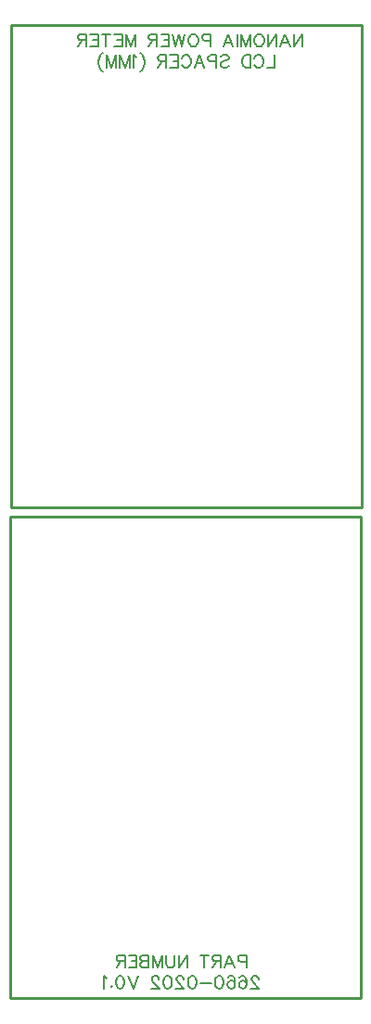
<source format=gbo>
G04 Layer: BottomSilkscreenLayer*
G04 EasyEDA v6.5.42, 2024-03-09 16:24:40*
G04 4d3b2c3e0e8843fab2e2c3e3eea95f81,5a6b42c53f6a479593ecc07194224c93,10*
G04 Gerber Generator version 0.2*
G04 Scale: 100 percent, Rotated: No, Reflected: No *
G04 Dimensions in millimeters *
G04 leading zeros omitted , absolute positions ,4 integer and 5 decimal *
%FSLAX45Y45*%
%MOMM*%

%ADD10C,0.2032*%
%ADD11C,0.2540*%

%LPD*%
D10*
X3111500Y11741589D02*
G01*
X3111500Y11627045D01*
X3111500Y11741589D02*
G01*
X3035137Y11627045D01*
X3035137Y11741589D02*
G01*
X3035137Y11627045D01*
X2955500Y11741589D02*
G01*
X2999135Y11627045D01*
X2955500Y11741589D02*
G01*
X2911863Y11627045D01*
X2982772Y11665226D02*
G01*
X2928228Y11665226D01*
X2875864Y11741589D02*
G01*
X2875864Y11627045D01*
X2875864Y11741589D02*
G01*
X2799501Y11627045D01*
X2799501Y11741589D02*
G01*
X2799501Y11627045D01*
X2730774Y11741589D02*
G01*
X2741683Y11736136D01*
X2752590Y11725226D01*
X2758046Y11714317D01*
X2763499Y11697954D01*
X2763499Y11670682D01*
X2758046Y11654317D01*
X2752590Y11643408D01*
X2741683Y11632498D01*
X2730774Y11627045D01*
X2708955Y11627045D01*
X2698046Y11632498D01*
X2687137Y11643408D01*
X2681683Y11654317D01*
X2676227Y11670682D01*
X2676227Y11697954D01*
X2681683Y11714317D01*
X2687137Y11725226D01*
X2698046Y11736136D01*
X2708955Y11741589D01*
X2730774Y11741589D01*
X2640228Y11741589D02*
G01*
X2640228Y11627045D01*
X2640228Y11741589D02*
G01*
X2596591Y11627045D01*
X2552956Y11741589D02*
G01*
X2596591Y11627045D01*
X2552956Y11741589D02*
G01*
X2552956Y11627045D01*
X2516954Y11741589D02*
G01*
X2516954Y11627045D01*
X2437320Y11741589D02*
G01*
X2480955Y11627045D01*
X2437320Y11741589D02*
G01*
X2393683Y11627045D01*
X2464592Y11665226D02*
G01*
X2410045Y11665226D01*
X2273683Y11741589D02*
G01*
X2273683Y11627045D01*
X2273683Y11741589D02*
G01*
X2224592Y11741589D01*
X2208230Y11736136D01*
X2202774Y11730682D01*
X2197320Y11719773D01*
X2197320Y11703408D01*
X2202774Y11692498D01*
X2208230Y11687045D01*
X2224592Y11681589D01*
X2273683Y11681589D01*
X2128593Y11741589D02*
G01*
X2139502Y11736136D01*
X2150412Y11725226D01*
X2155865Y11714317D01*
X2161319Y11697954D01*
X2161319Y11670682D01*
X2155865Y11654317D01*
X2150412Y11643408D01*
X2139502Y11632498D01*
X2128593Y11627045D01*
X2106775Y11627045D01*
X2095865Y11632498D01*
X2084956Y11643408D01*
X2079503Y11654317D01*
X2074047Y11670682D01*
X2074047Y11697954D01*
X2079503Y11714317D01*
X2084956Y11725226D01*
X2095865Y11736136D01*
X2106775Y11741589D01*
X2128593Y11741589D01*
X2038047Y11741589D02*
G01*
X2010775Y11627045D01*
X1983501Y11741589D02*
G01*
X2010775Y11627045D01*
X1983501Y11741589D02*
G01*
X1956229Y11627045D01*
X1928957Y11741589D02*
G01*
X1956229Y11627045D01*
X1892957Y11741589D02*
G01*
X1892957Y11627045D01*
X1892957Y11741589D02*
G01*
X1822048Y11741589D01*
X1892957Y11687045D02*
G01*
X1849320Y11687045D01*
X1892957Y11627045D02*
G01*
X1822048Y11627045D01*
X1786049Y11741589D02*
G01*
X1786049Y11627045D01*
X1786049Y11741589D02*
G01*
X1736956Y11741589D01*
X1720593Y11736136D01*
X1715140Y11730682D01*
X1709684Y11719773D01*
X1709684Y11708864D01*
X1715140Y11697954D01*
X1720593Y11692498D01*
X1736956Y11687045D01*
X1786049Y11687045D01*
X1747865Y11687045D02*
G01*
X1709684Y11627045D01*
X1589684Y11741589D02*
G01*
X1589684Y11627045D01*
X1589684Y11741589D02*
G01*
X1546049Y11627045D01*
X1502412Y11741589D02*
G01*
X1546049Y11627045D01*
X1502412Y11741589D02*
G01*
X1502412Y11627045D01*
X1466413Y11741589D02*
G01*
X1466413Y11627045D01*
X1466413Y11741589D02*
G01*
X1395503Y11741589D01*
X1466413Y11687045D02*
G01*
X1422775Y11687045D01*
X1466413Y11627045D02*
G01*
X1395503Y11627045D01*
X1321320Y11741589D02*
G01*
X1321320Y11627045D01*
X1359504Y11741589D02*
G01*
X1283139Y11741589D01*
X1247140Y11741589D02*
G01*
X1247140Y11627045D01*
X1247140Y11741589D02*
G01*
X1176230Y11741589D01*
X1247140Y11687045D02*
G01*
X1203502Y11687045D01*
X1247140Y11627045D02*
G01*
X1176230Y11627045D01*
X1140231Y11741589D02*
G01*
X1140231Y11627045D01*
X1140231Y11741589D02*
G01*
X1091140Y11741589D01*
X1074775Y11736136D01*
X1069322Y11730682D01*
X1063868Y11719773D01*
X1063868Y11708864D01*
X1069322Y11697954D01*
X1074775Y11692498D01*
X1091140Y11687045D01*
X1140231Y11687045D01*
X1102050Y11687045D02*
G01*
X1063868Y11627045D01*
X2603500Y3334189D02*
G01*
X2603500Y3219645D01*
X2603500Y3334189D02*
G01*
X2554409Y3334189D01*
X2538046Y3328736D01*
X2532590Y3323282D01*
X2527137Y3312373D01*
X2527137Y3296008D01*
X2532590Y3285098D01*
X2538046Y3279645D01*
X2554409Y3274189D01*
X2603500Y3274189D01*
X2447500Y3334189D02*
G01*
X2491135Y3219645D01*
X2447500Y3334189D02*
G01*
X2403863Y3219645D01*
X2474772Y3257826D02*
G01*
X2420228Y3257826D01*
X2367864Y3334189D02*
G01*
X2367864Y3219645D01*
X2367864Y3334189D02*
G01*
X2318773Y3334189D01*
X2302410Y3328736D01*
X2296955Y3323282D01*
X2291501Y3312373D01*
X2291501Y3301464D01*
X2296955Y3290554D01*
X2302410Y3285098D01*
X2318773Y3279645D01*
X2367864Y3279645D01*
X2329682Y3279645D02*
G01*
X2291501Y3219645D01*
X2217318Y3334189D02*
G01*
X2217318Y3219645D01*
X2255499Y3334189D02*
G01*
X2179137Y3334189D01*
X2059137Y3334189D02*
G01*
X2059137Y3219645D01*
X2059137Y3334189D02*
G01*
X1982774Y3219645D01*
X1982774Y3334189D02*
G01*
X1982774Y3219645D01*
X1946772Y3334189D02*
G01*
X1946772Y3252373D01*
X1941319Y3236008D01*
X1930410Y3225098D01*
X1914047Y3219645D01*
X1903138Y3219645D01*
X1886772Y3225098D01*
X1875866Y3236008D01*
X1870410Y3252373D01*
X1870410Y3334189D01*
X1834410Y3334189D02*
G01*
X1834410Y3219645D01*
X1834410Y3334189D02*
G01*
X1790773Y3219645D01*
X1747138Y3334189D02*
G01*
X1790773Y3219645D01*
X1747138Y3334189D02*
G01*
X1747138Y3219645D01*
X1711137Y3334189D02*
G01*
X1711137Y3219645D01*
X1711137Y3334189D02*
G01*
X1662046Y3334189D01*
X1645683Y3328736D01*
X1640230Y3323282D01*
X1634774Y3312373D01*
X1634774Y3301464D01*
X1640230Y3290554D01*
X1645683Y3285098D01*
X1662046Y3279645D01*
X1711137Y3279645D02*
G01*
X1662046Y3279645D01*
X1645683Y3274189D01*
X1640230Y3268736D01*
X1634774Y3257826D01*
X1634774Y3241464D01*
X1640230Y3230554D01*
X1645683Y3225098D01*
X1662046Y3219645D01*
X1711137Y3219645D01*
X1598775Y3334189D02*
G01*
X1598775Y3219645D01*
X1598775Y3334189D02*
G01*
X1527865Y3334189D01*
X1598775Y3279645D02*
G01*
X1555137Y3279645D01*
X1598775Y3219645D02*
G01*
X1527865Y3219645D01*
X1491866Y3334189D02*
G01*
X1491866Y3219645D01*
X1491866Y3334189D02*
G01*
X1442775Y3334189D01*
X1426410Y3328736D01*
X1420957Y3323282D01*
X1415501Y3312373D01*
X1415501Y3301464D01*
X1420957Y3290554D01*
X1426410Y3285098D01*
X1442775Y3279645D01*
X1491866Y3279645D01*
X1453685Y3279645D02*
G01*
X1415501Y3219645D01*
X2857500Y11551089D02*
G01*
X2857500Y11436545D01*
X2857500Y11436545D02*
G01*
X2792046Y11436545D01*
X2674228Y11523817D02*
G01*
X2679682Y11534726D01*
X2690591Y11545636D01*
X2701500Y11551089D01*
X2723319Y11551089D01*
X2734228Y11545636D01*
X2745135Y11534726D01*
X2750591Y11523817D01*
X2756044Y11507454D01*
X2756044Y11480182D01*
X2750591Y11463817D01*
X2745135Y11452908D01*
X2734228Y11441998D01*
X2723319Y11436545D01*
X2701500Y11436545D01*
X2690591Y11441998D01*
X2679682Y11452908D01*
X2674228Y11463817D01*
X2638226Y11551089D02*
G01*
X2638226Y11436545D01*
X2638226Y11551089D02*
G01*
X2600045Y11551089D01*
X2583682Y11545636D01*
X2572773Y11534726D01*
X2567317Y11523817D01*
X2561864Y11507454D01*
X2561864Y11480182D01*
X2567317Y11463817D01*
X2572773Y11452908D01*
X2583682Y11441998D01*
X2600045Y11436545D01*
X2638226Y11436545D01*
X2365502Y11534726D02*
G01*
X2376411Y11545636D01*
X2392773Y11551089D01*
X2414592Y11551089D01*
X2430955Y11545636D01*
X2441864Y11534726D01*
X2441864Y11523817D01*
X2436411Y11512908D01*
X2430955Y11507454D01*
X2420045Y11501998D01*
X2387318Y11491089D01*
X2376411Y11485636D01*
X2370955Y11480182D01*
X2365502Y11469273D01*
X2365502Y11452908D01*
X2376411Y11441998D01*
X2392773Y11436545D01*
X2414592Y11436545D01*
X2430955Y11441998D01*
X2441864Y11452908D01*
X2329500Y11551089D02*
G01*
X2329500Y11436545D01*
X2329500Y11551089D02*
G01*
X2280409Y11551089D01*
X2264046Y11545636D01*
X2258590Y11540182D01*
X2253137Y11529273D01*
X2253137Y11512908D01*
X2258590Y11501998D01*
X2264046Y11496545D01*
X2280409Y11491089D01*
X2329500Y11491089D01*
X2173500Y11551089D02*
G01*
X2217138Y11436545D01*
X2173500Y11551089D02*
G01*
X2129866Y11436545D01*
X2200772Y11474726D02*
G01*
X2146228Y11474726D01*
X2012048Y11523817D02*
G01*
X2017501Y11534726D01*
X2028410Y11545636D01*
X2039320Y11551089D01*
X2061138Y11551089D01*
X2072048Y11545636D01*
X2082954Y11534726D01*
X2088410Y11523817D01*
X2093864Y11507454D01*
X2093864Y11480182D01*
X2088410Y11463817D01*
X2082954Y11452908D01*
X2072048Y11441998D01*
X2061138Y11436545D01*
X2039320Y11436545D01*
X2028410Y11441998D01*
X2017501Y11452908D01*
X2012048Y11463817D01*
X1976046Y11551089D02*
G01*
X1976046Y11436545D01*
X1976046Y11551089D02*
G01*
X1905137Y11551089D01*
X1976046Y11496545D02*
G01*
X1932411Y11496545D01*
X1976046Y11436545D02*
G01*
X1905137Y11436545D01*
X1869137Y11551089D02*
G01*
X1869137Y11436545D01*
X1869137Y11551089D02*
G01*
X1820047Y11551089D01*
X1803684Y11545636D01*
X1798228Y11540182D01*
X1792775Y11529273D01*
X1792775Y11518364D01*
X1798228Y11507454D01*
X1803684Y11501998D01*
X1820047Y11496545D01*
X1869137Y11496545D01*
X1830956Y11496545D02*
G01*
X1792775Y11436545D01*
X1634594Y11572908D02*
G01*
X1645503Y11561998D01*
X1656412Y11545636D01*
X1667319Y11523817D01*
X1672775Y11496545D01*
X1672775Y11474726D01*
X1667319Y11447454D01*
X1656412Y11425636D01*
X1645503Y11409273D01*
X1634594Y11398364D01*
X1598592Y11529273D02*
G01*
X1587685Y11534726D01*
X1571320Y11551089D01*
X1571320Y11436545D01*
X1535320Y11551089D02*
G01*
X1535320Y11436545D01*
X1535320Y11551089D02*
G01*
X1491683Y11436545D01*
X1448048Y11551089D02*
G01*
X1491683Y11436545D01*
X1448048Y11551089D02*
G01*
X1448048Y11436545D01*
X1412049Y11551089D02*
G01*
X1412049Y11436545D01*
X1412049Y11551089D02*
G01*
X1368412Y11436545D01*
X1324775Y11551089D02*
G01*
X1368412Y11436545D01*
X1324775Y11551089D02*
G01*
X1324775Y11436545D01*
X1288775Y11572908D02*
G01*
X1277866Y11561998D01*
X1266957Y11545636D01*
X1256047Y11523817D01*
X1250594Y11496545D01*
X1250594Y11474726D01*
X1256047Y11447454D01*
X1266957Y11425636D01*
X1277866Y11409273D01*
X1288775Y11398364D01*
X2712346Y3116417D02*
G01*
X2712346Y3121873D01*
X2706890Y3132782D01*
X2701437Y3138236D01*
X2690528Y3143689D01*
X2668709Y3143689D01*
X2657800Y3138236D01*
X2652346Y3132782D01*
X2646890Y3121873D01*
X2646890Y3110964D01*
X2652346Y3100054D01*
X2663253Y3083689D01*
X2717800Y3029145D01*
X2641437Y3029145D01*
X2539982Y3127326D02*
G01*
X2545435Y3138236D01*
X2561800Y3143689D01*
X2572710Y3143689D01*
X2589072Y3138236D01*
X2599982Y3121873D01*
X2605435Y3094598D01*
X2605435Y3067326D01*
X2599982Y3045508D01*
X2589072Y3034598D01*
X2572710Y3029145D01*
X2567254Y3029145D01*
X2550891Y3034598D01*
X2539982Y3045508D01*
X2534528Y3061873D01*
X2534528Y3067326D01*
X2539982Y3083689D01*
X2550891Y3094598D01*
X2567254Y3100054D01*
X2572710Y3100054D01*
X2589072Y3094598D01*
X2599982Y3083689D01*
X2605435Y3067326D01*
X2433073Y3127326D02*
G01*
X2438527Y3138236D01*
X2454892Y3143689D01*
X2465801Y3143689D01*
X2482164Y3138236D01*
X2493073Y3121873D01*
X2498526Y3094598D01*
X2498526Y3067326D01*
X2493073Y3045508D01*
X2482164Y3034598D01*
X2465801Y3029145D01*
X2460345Y3029145D01*
X2443982Y3034598D01*
X2433073Y3045508D01*
X2427617Y3061873D01*
X2427617Y3067326D01*
X2433073Y3083689D01*
X2443982Y3094598D01*
X2460345Y3100054D01*
X2465801Y3100054D01*
X2482164Y3094598D01*
X2493073Y3083689D01*
X2498526Y3067326D01*
X2358890Y3143689D02*
G01*
X2375255Y3138236D01*
X2386164Y3121873D01*
X2391618Y3094598D01*
X2391618Y3078236D01*
X2386164Y3050964D01*
X2375255Y3034598D01*
X2358890Y3029145D01*
X2347983Y3029145D01*
X2331618Y3034598D01*
X2320709Y3050964D01*
X2315255Y3078236D01*
X2315255Y3094598D01*
X2320709Y3121873D01*
X2331618Y3138236D01*
X2347983Y3143689D01*
X2358890Y3143689D01*
X2279256Y3078236D02*
G01*
X2181072Y3078236D01*
X2112347Y3143689D02*
G01*
X2128710Y3138236D01*
X2139619Y3121873D01*
X2145073Y3094598D01*
X2145073Y3078236D01*
X2139619Y3050964D01*
X2128710Y3034598D01*
X2112347Y3029145D01*
X2101438Y3029145D01*
X2085073Y3034598D01*
X2074163Y3050964D01*
X2068710Y3078236D01*
X2068710Y3094598D01*
X2074163Y3121873D01*
X2085073Y3138236D01*
X2101438Y3143689D01*
X2112347Y3143689D01*
X2027255Y3116417D02*
G01*
X2027255Y3121873D01*
X2021801Y3132782D01*
X2016345Y3138236D01*
X2005436Y3143689D01*
X1983620Y3143689D01*
X1972711Y3138236D01*
X1967255Y3132782D01*
X1961802Y3121873D01*
X1961802Y3110964D01*
X1967255Y3100054D01*
X1978164Y3083689D01*
X2032711Y3029145D01*
X1956346Y3029145D01*
X1887618Y3143689D02*
G01*
X1903984Y3138236D01*
X1914893Y3121873D01*
X1920346Y3094598D01*
X1920346Y3078236D01*
X1914893Y3050964D01*
X1903984Y3034598D01*
X1887618Y3029145D01*
X1876712Y3029145D01*
X1860346Y3034598D01*
X1849437Y3050964D01*
X1843984Y3078236D01*
X1843984Y3094598D01*
X1849437Y3121873D01*
X1860346Y3138236D01*
X1876712Y3143689D01*
X1887618Y3143689D01*
X1802528Y3116417D02*
G01*
X1802528Y3121873D01*
X1797075Y3132782D01*
X1791619Y3138236D01*
X1780710Y3143689D01*
X1758891Y3143689D01*
X1747984Y3138236D01*
X1742528Y3132782D01*
X1737075Y3121873D01*
X1737075Y3110964D01*
X1742528Y3100054D01*
X1753438Y3083689D01*
X1807984Y3029145D01*
X1731619Y3029145D01*
X1611619Y3143689D02*
G01*
X1567985Y3029145D01*
X1524347Y3143689D02*
G01*
X1567985Y3029145D01*
X1455620Y3143689D02*
G01*
X1471983Y3138236D01*
X1482892Y3121873D01*
X1488348Y3094598D01*
X1488348Y3078236D01*
X1482892Y3050964D01*
X1471983Y3034598D01*
X1455620Y3029145D01*
X1444711Y3029145D01*
X1428348Y3034598D01*
X1417439Y3050964D01*
X1411983Y3078236D01*
X1411983Y3094598D01*
X1417439Y3121873D01*
X1428348Y3138236D01*
X1444711Y3143689D01*
X1455620Y3143689D01*
X1370530Y3056417D02*
G01*
X1375984Y3050964D01*
X1370530Y3045508D01*
X1365074Y3050964D01*
X1370530Y3056417D01*
X1329075Y3121873D02*
G01*
X1318166Y3127326D01*
X1301803Y3143689D01*
X1301803Y3029145D01*
D11*
X446176Y7341666D02*
G01*
X3646170Y7341666D01*
X3646170Y2941675D01*
X446176Y2941675D01*
X446176Y7341666D01*
X451612Y11823293D02*
G01*
X3651605Y11823293D01*
X3651605Y7423302D01*
X451612Y7423302D01*
X451612Y11823293D01*
M02*

</source>
